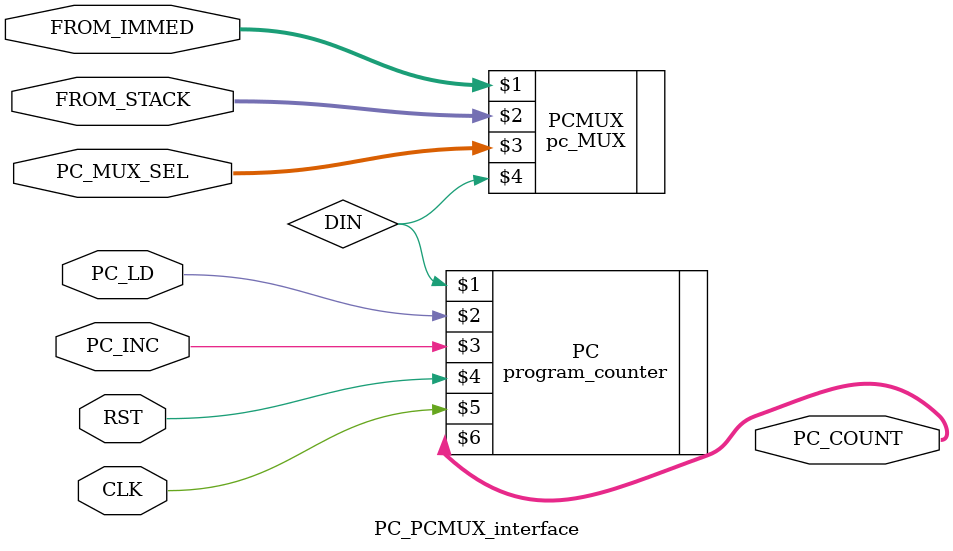
<source format=sv>
`timescale 1ns / 1ps

module PC_PCMUX_interface(
    // clock signal
    input CLK,
    // PC_MUX interface
    input [9:0] FROM_IMMED, FROM_STACK,
    input [1:0] PC_MUX_SEL,
    // output logic [9:0] DIN
    // Program Counter interface
    input PC_LD, PC_INC, RST,
    output logic [9:0] PC_COUNT
    // output logic [9:0] DIN // USED ONLY FOR TEST BENCH
    );
    // logic [9:0] DIN;
    
    pc_MUX PCMUX(FROM_IMMED, FROM_STACK, PC_MUX_SEL, DIN);
    program_counter PC(DIN, PC_LD, PC_INC, RST, CLK, PC_COUNT);
    
endmodule

</source>
